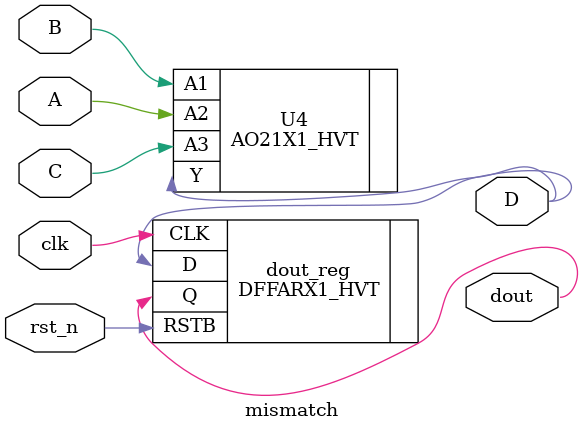
<source format=v>


module mismatch ( clk, rst_n, A, B, C, D, dout );
  input clk, rst_n, A, B, C;
  output D, dout;


  DFFARX1_HVT dout_reg ( .D(D), .CLK(clk), .RSTB(rst_n), .Q(dout) );
  AO21X1_HVT U4 ( .A1(B), .A2(A), .A3(C), .Y(D) );
endmodule
</source>
